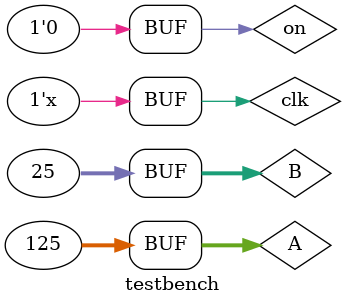
<source format=v>
module testbench;

	// Inputs
	reg [31:0] A;
	reg [31:0] B;
	reg on;
	reg clk;

	// Outputs
	wire [63:0] out;

	// Instantiate the Unit Under Test (UUT)
	multiplier uut (
		.A(A), 
		.B(B), 
		.on(on), 
		.clk(clk), 
		.out(out)
	);
	
	always 
			#5 clk = ~clk;

	initial begin
		// Initialize Inputs
		A = 0;
		B = 0;
		on = 0;
		clk = 0;

		// Wait 100 ns for global reset to finish
		#100;
		
		on = 1;
		A = 2;
		B = 23;
		
		#15;
		on = 0;
		
		#300;
		
		on = 1;
		A = 125;
		B = 25;
		
		#15;
		on = 0;
		
		#300;
		
        
		// Add stimulus here

	end
      
endmodule


</source>
